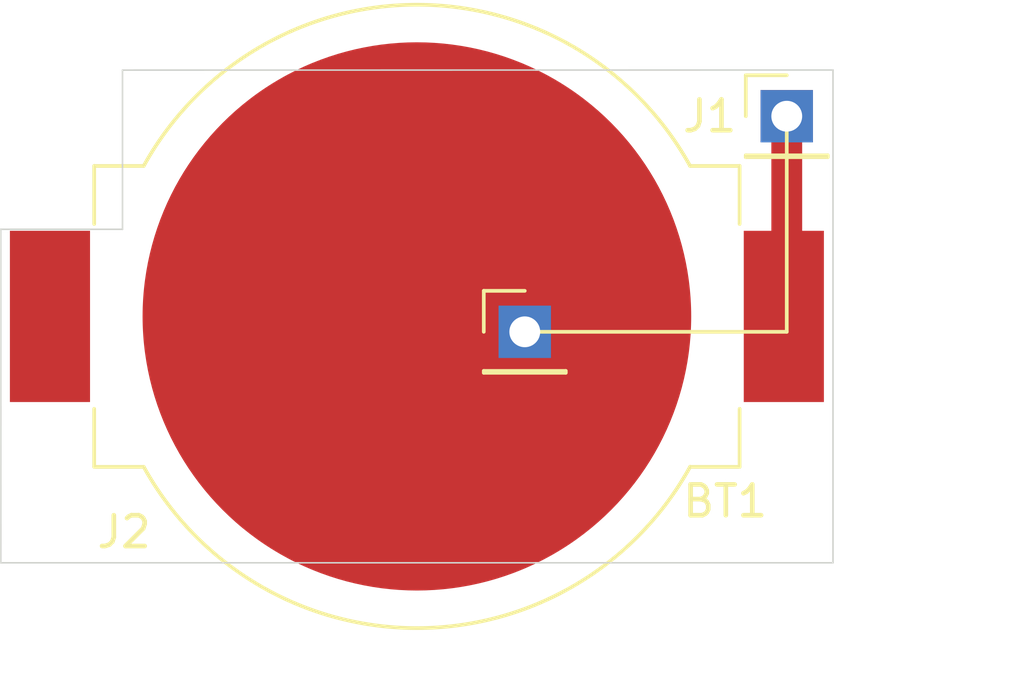
<source format=kicad_pcb>
(kicad_pcb (version 20171130) (host pcbnew 5.1.5+dfsg1-2build2)

  (general
    (thickness 1.6)
    (drawings 8)
    (tracks 2)
    (zones 0)
    (modules 3)
    (nets 3)
  )

  (page A4)
  (layers
    (0 F.Cu signal)
    (31 B.Cu signal)
    (32 B.Adhes user)
    (33 F.Adhes user)
    (34 B.Paste user)
    (35 F.Paste user)
    (36 B.SilkS user)
    (37 F.SilkS user)
    (38 B.Mask user)
    (39 F.Mask user)
    (40 Dwgs.User user)
    (41 Cmts.User user)
    (42 Eco1.User user)
    (43 Eco2.User user)
    (44 Edge.Cuts user)
    (45 Margin user)
    (46 B.CrtYd user)
    (47 F.CrtYd user)
    (48 B.Fab user)
    (49 F.Fab user)
  )

  (setup
    (last_trace_width 1)
    (user_trace_width 1)
    (trace_clearance 0.2)
    (zone_clearance 0.508)
    (zone_45_only no)
    (trace_min 0.2)
    (via_size 0.8)
    (via_drill 0.4)
    (via_min_size 0.4)
    (via_min_drill 0.3)
    (uvia_size 0.3)
    (uvia_drill 0.1)
    (uvias_allowed no)
    (uvia_min_size 0.2)
    (uvia_min_drill 0.1)
    (edge_width 0.05)
    (segment_width 0.2)
    (pcb_text_width 0.3)
    (pcb_text_size 1.5 1.5)
    (mod_edge_width 0.12)
    (mod_text_size 1 1)
    (mod_text_width 0.15)
    (pad_size 1.524 1.524)
    (pad_drill 0.762)
    (pad_to_mask_clearance 0.051)
    (solder_mask_min_width 0.25)
    (aux_axis_origin 0 0)
    (visible_elements FFFFFF7F)
    (pcbplotparams
      (layerselection 0x010fc_ffffffff)
      (usegerberextensions false)
      (usegerberattributes false)
      (usegerberadvancedattributes false)
      (creategerberjobfile false)
      (excludeedgelayer true)
      (linewidth 0.100000)
      (plotframeref false)
      (viasonmask false)
      (mode 1)
      (useauxorigin false)
      (hpglpennumber 1)
      (hpglpenspeed 20)
      (hpglpendiameter 15.000000)
      (psnegative false)
      (psa4output false)
      (plotreference true)
      (plotvalue true)
      (plotinvisibletext false)
      (padsonsilk false)
      (subtractmaskfromsilk false)
      (outputformat 1)
      (mirror false)
      (drillshape 0)
      (scaleselection 1)
      (outputdirectory "fab2/"))
  )

  (net 0 "")
  (net 1 "Net-(BT1-Pad1)")
  (net 2 "Net-(BT1-Pad2)")

  (net_class Default "This is the default net class."
    (clearance 0.2)
    (trace_width 0.25)
    (via_dia 0.8)
    (via_drill 0.4)
    (uvia_dia 0.3)
    (uvia_drill 0.1)
    (add_net "Net-(BT1-Pad1)")
    (add_net "Net-(BT1-Pad2)")
  )

  (module Battery:BatteryHolder_MPD_BC2003_1x2032 (layer F.Cu) (tedit 5D9C8106) (tstamp 6286990C)
    (at -8 -18)
    (descr http://www.memoryprotectiondevices.com/datasheets/BC-2003-datasheet.pdf)
    (tags "BC2003 CR2032 2032 Battery Holder")
    (path /6285B946)
    (attr smd)
    (fp_text reference BT1 (at 10 6) (layer F.SilkS)
      (effects (font (size 1 1) (thickness 0.15)))
    )
    (fp_text value Battery_Cell (at 0 11.2) (layer F.Fab)
      (effects (font (size 1 1) (thickness 0.15)))
    )
    (fp_arc (start 0 0) (end -8.86291 4.885) (angle -122.3) (layer F.SilkS) (width 0.12))
    (fp_arc (start 0 0) (end 8.86291 -4.885) (angle -122.2752329) (layer F.SilkS) (width 0.12))
    (fp_arc (start 0 0) (end -8.94 5.01) (angle -121.3) (layer F.CrtYd) (width 0.05))
    (fp_line (start -10.6 5.01) (end -8.94 5.01) (layer F.CrtYd) (width 0.05))
    (fp_line (start -10.6 5.01) (end -10.6 3.03) (layer F.CrtYd) (width 0.05))
    (fp_line (start -13.45 3.03) (end -10.6 3.03) (layer F.CrtYd) (width 0.05))
    (fp_line (start -13.45 -3.03) (end -13.45 3.03) (layer F.CrtYd) (width 0.05))
    (fp_line (start -10.6 -3.03) (end -13.45 -3.03) (layer F.CrtYd) (width 0.05))
    (fp_line (start -10.6 -5.01) (end -10.6 -3.03) (layer F.CrtYd) (width 0.05))
    (fp_line (start -8.94 -5.01) (end -10.6 -5.01) (layer F.CrtYd) (width 0.05))
    (fp_line (start 8.94 5.01) (end 10.6 5.01) (layer F.CrtYd) (width 0.05))
    (fp_arc (start 0 0) (end 8.94 -5.01) (angle -121.4) (layer F.CrtYd) (width 0.05))
    (fp_line (start 10.6 5.01) (end 10.6 3.03) (layer F.CrtYd) (width 0.05))
    (fp_line (start 10.6 3.03) (end 13.45 3.03) (layer F.CrtYd) (width 0.05))
    (fp_line (start 13.45 -3.03) (end 13.45 3.03) (layer F.CrtYd) (width 0.05))
    (fp_line (start 10.6 -3.03) (end 13.45 -3.03) (layer F.CrtYd) (width 0.05))
    (fp_line (start 10.6 -5.01) (end 10.6 -3.03) (layer F.CrtYd) (width 0.05))
    (fp_line (start 8.94 -5.01) (end 10.6 -5.01) (layer F.CrtYd) (width 0.05))
    (fp_line (start 10.47 4.885) (end 8.86291 4.885) (layer F.SilkS) (width 0.12))
    (fp_line (start -10.47 4.885) (end -8.86291 4.885) (layer F.SilkS) (width 0.12))
    (fp_line (start 10.47 -4.885) (end 8.86291 -4.885) (layer F.SilkS) (width 0.12))
    (fp_line (start 10.47 3) (end 10.47 4.885) (layer F.SilkS) (width 0.12))
    (fp_line (start -10.47 3) (end -10.47 4.885) (layer F.SilkS) (width 0.12))
    (fp_line (start 10.47 -3) (end 10.47 -4.885) (layer F.SilkS) (width 0.12))
    (fp_line (start -10.47 -3) (end -10.47 -4.885) (layer F.SilkS) (width 0.12))
    (fp_line (start -10.47 -4.885) (end -8.86291 -4.885) (layer F.SilkS) (width 0.12))
    (fp_text user %R (at 0 0) (layer F.Fab)
      (effects (font (size 1 1) (thickness 0.15)))
    )
    (fp_line (start -12.7 -1.825) (end -12.7 1.825) (layer F.Fab) (width 0.1))
    (fp_line (start -12.7 1.825) (end -12 2.525) (layer F.Fab) (width 0.1))
    (fp_line (start -12.7 -1.825) (end -12 -2.525) (layer F.Fab) (width 0.1))
    (fp_line (start -10.35 2.525) (end -12 2.525) (layer F.Fab) (width 0.1))
    (fp_line (start -10.35 -2.525) (end -12 -2.525) (layer F.Fab) (width 0.1))
    (fp_line (start 12.7 -1.825) (end 12.7 1.825) (layer F.Fab) (width 0.1))
    (fp_line (start 12.7 1.825) (end 12 2.525) (layer F.Fab) (width 0.1))
    (fp_line (start 12.7 -1.825) (end 12 -2.525) (layer F.Fab) (width 0.1))
    (fp_line (start 10.35 -2.525) (end 12 -2.525) (layer F.Fab) (width 0.1))
    (fp_line (start 10.35 2.525) (end 12 2.525) (layer F.Fab) (width 0.1))
    (fp_line (start 10.35 4.765) (end 10.35 -4.765) (layer F.Fab) (width 0.1))
    (fp_line (start -10.35 4.765) (end -10.35 -4.765) (layer F.Fab) (width 0.1))
    (fp_line (start -10.35 -4.765) (end 10.35 -4.765) (layer F.Fab) (width 0.1))
    (fp_line (start -10.35 4.765) (end 10.35 4.765) (layer F.Fab) (width 0.1))
    (pad 1 smd rect (at -11.905 0) (size 2.6 5.56) (layers F.Cu F.Paste F.Mask)
      (net 1 "Net-(BT1-Pad1)"))
    (pad 1 smd rect (at 11.905 0) (size 2.6 5.56) (layers F.Cu F.Paste F.Mask)
      (net 1 "Net-(BT1-Pad1)"))
    (pad 2 smd circle (at 0 0) (size 17.8 17.8) (layers F.Cu F.Mask)
      (net 2 "Net-(BT1-Pad2)"))
    (model ${KISYS3DMOD}/Battery.3dshapes/BatteryHolder_MPD_BC2003_1x2032.wrl
      (at (xyz 0 0 0))
      (scale (xyz 1 1 1))
      (rotate (xyz 0 0 0))
    )
  )

  (module Connector_PinHeader_2.54mm:PinHeader_1x01_P2.54mm_Vertical (layer F.Cu) (tedit 59FED5CC) (tstamp 6286967D)
    (at -4.5 -17.5)
    (descr "Through hole straight pin header, 1x01, 2.54mm pitch, single row")
    (tags "Through hole pin header THT 1x01 2.54mm single row")
    (path /6285C147)
    (fp_text reference J2 (at -13 6.5) (layer F.SilkS)
      (effects (font (size 1 1) (thickness 0.15)))
    )
    (fp_text value Conn_01x01_Female (at 0 2.33) (layer F.Fab)
      (effects (font (size 1 1) (thickness 0.15)))
    )
    (fp_text user %R (at 0 0 90) (layer F.Fab)
      (effects (font (size 1 1) (thickness 0.15)))
    )
    (fp_line (start 1.8 -1.8) (end -1.8 -1.8) (layer F.CrtYd) (width 0.05))
    (fp_line (start 1.8 1.8) (end 1.8 -1.8) (layer F.CrtYd) (width 0.05))
    (fp_line (start -1.8 1.8) (end 1.8 1.8) (layer F.CrtYd) (width 0.05))
    (fp_line (start -1.8 -1.8) (end -1.8 1.8) (layer F.CrtYd) (width 0.05))
    (fp_line (start -1.33 -1.33) (end 0 -1.33) (layer F.SilkS) (width 0.12))
    (fp_line (start -1.33 0) (end -1.33 -1.33) (layer F.SilkS) (width 0.12))
    (fp_line (start -1.33 1.27) (end 1.33 1.27) (layer F.SilkS) (width 0.12))
    (fp_line (start 1.33 1.27) (end 1.33 1.33) (layer F.SilkS) (width 0.12))
    (fp_line (start -1.33 1.27) (end -1.33 1.33) (layer F.SilkS) (width 0.12))
    (fp_line (start -1.33 1.33) (end 1.33 1.33) (layer F.SilkS) (width 0.12))
    (fp_line (start -1.27 -0.635) (end -0.635 -1.27) (layer F.Fab) (width 0.1))
    (fp_line (start -1.27 1.27) (end -1.27 -0.635) (layer F.Fab) (width 0.1))
    (fp_line (start 1.27 1.27) (end -1.27 1.27) (layer F.Fab) (width 0.1))
    (fp_line (start 1.27 -1.27) (end 1.27 1.27) (layer F.Fab) (width 0.1))
    (fp_line (start -0.635 -1.27) (end 1.27 -1.27) (layer F.Fab) (width 0.1))
    (pad 1 thru_hole rect (at 0 0) (size 1.7 1.7) (drill 1) (layers *.Cu *.Mask)
      (net 2 "Net-(BT1-Pad2)"))
    (model ${KISYS3DMOD}/Connector_PinHeader_2.54mm.3dshapes/PinHeader_1x01_P2.54mm_Vertical.wrl
      (at (xyz 0 0 0))
      (scale (xyz 1 1 1))
      (rotate (xyz 0 0 0))
    )
  )

  (module Connector_PinHeader_2.54mm:PinHeader_1x01_P2.54mm_Vertical (layer F.Cu) (tedit 59FED5CC) (tstamp 62869668)
    (at 4 -24.5)
    (descr "Through hole straight pin header, 1x01, 2.54mm pitch, single row")
    (tags "Through hole pin header THT 1x01 2.54mm single row")
    (path /6285BDAC)
    (fp_text reference J1 (at -2.5 0) (layer F.SilkS)
      (effects (font (size 1 1) (thickness 0.15)))
    )
    (fp_text value Conn_01x01_Female (at 0 2.33) (layer F.Fab)
      (effects (font (size 1 1) (thickness 0.15)))
    )
    (fp_text user %R (at 0 0 90) (layer F.Fab)
      (effects (font (size 1 1) (thickness 0.15)))
    )
    (fp_line (start 1.8 -1.8) (end -1.8 -1.8) (layer F.CrtYd) (width 0.05))
    (fp_line (start 1.8 1.8) (end 1.8 -1.8) (layer F.CrtYd) (width 0.05))
    (fp_line (start -1.8 1.8) (end 1.8 1.8) (layer F.CrtYd) (width 0.05))
    (fp_line (start -1.8 -1.8) (end -1.8 1.8) (layer F.CrtYd) (width 0.05))
    (fp_line (start -1.33 -1.33) (end 0 -1.33) (layer F.SilkS) (width 0.12))
    (fp_line (start -1.33 0) (end -1.33 -1.33) (layer F.SilkS) (width 0.12))
    (fp_line (start -1.33 1.27) (end 1.33 1.27) (layer F.SilkS) (width 0.12))
    (fp_line (start 1.33 1.27) (end 1.33 1.33) (layer F.SilkS) (width 0.12))
    (fp_line (start -1.33 1.27) (end -1.33 1.33) (layer F.SilkS) (width 0.12))
    (fp_line (start -1.33 1.33) (end 1.33 1.33) (layer F.SilkS) (width 0.12))
    (fp_line (start -1.27 -0.635) (end -0.635 -1.27) (layer F.Fab) (width 0.1))
    (fp_line (start -1.27 1.27) (end -1.27 -0.635) (layer F.Fab) (width 0.1))
    (fp_line (start 1.27 1.27) (end -1.27 1.27) (layer F.Fab) (width 0.1))
    (fp_line (start 1.27 -1.27) (end 1.27 1.27) (layer F.Fab) (width 0.1))
    (fp_line (start -0.635 -1.27) (end 1.27 -1.27) (layer F.Fab) (width 0.1))
    (pad 1 thru_hole rect (at 0 0) (size 1.7 1.7) (drill 1) (layers *.Cu *.Mask)
      (net 1 "Net-(BT1-Pad1)"))
    (model ${KISYS3DMOD}/Connector_PinHeader_2.54mm.3dshapes/PinHeader_1x01_P2.54mm_Vertical.wrl
      (at (xyz 0 0 0))
      (scale (xyz 1 1 1))
      (rotate (xyz 0 0 0))
    )
  )

  (gr_line (start -17.5514 -20.828) (end -17.5514 -25.9969) (layer Edge.Cuts) (width 0.05))
  (gr_line (start -21.5011 -20.828) (end -17.5514 -20.828) (layer Edge.Cuts) (width 0.05))
  (gr_line (start 4 -17.5) (end 4 -24.5) (layer F.SilkS) (width 0.12))
  (gr_line (start -4.5 -17.5) (end 4 -17.5) (layer F.SilkS) (width 0.12))
  (gr_line (start -21.5011 -20.828) (end -21.5 -10) (layer Edge.Cuts) (width 0.05) (tstamp 62869CF4))
  (gr_line (start 5.5 -26) (end -17.5514 -25.9969) (layer Edge.Cuts) (width 0.05))
  (gr_line (start 5.5 -10) (end 5.5 -26) (layer Edge.Cuts) (width 0.05))
  (gr_line (start -21.5 -10) (end 5.5 -10) (layer Edge.Cuts) (width 0.05))

  (segment (start 4 -18.095) (end 3.905 -18) (width 1) (layer F.Cu) (net 1))
  (segment (start 4 -24.5) (end 4 -18.095) (width 1) (layer F.Cu) (net 1))

)

</source>
